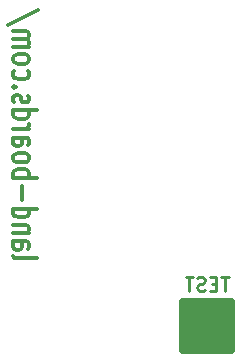
<source format=gbr>
G04 #@! TF.FileFunction,Legend,Bot*
%FSLAX46Y46*%
G04 Gerber Fmt 4.6, Leading zero omitted, Abs format (unit mm)*
G04 Created by KiCad (PCBNEW 4.0.5) date 06/09/17 19:28:17*
%MOMM*%
%LPD*%
G01*
G04 APERTURE LIST*
%ADD10C,0.150000*%
%ADD11C,0.304800*%
%ADD12C,0.650000*%
%ADD13C,0.222250*%
G04 APERTURE END LIST*
D10*
D11*
X99664762Y-90460285D02*
X99761524Y-90605427D01*
X99955048Y-90677999D01*
X101696762Y-90677999D01*
X99664762Y-89226570D02*
X100729143Y-89226570D01*
X100922667Y-89299141D01*
X101019429Y-89444284D01*
X101019429Y-89734570D01*
X100922667Y-89879713D01*
X99761524Y-89226570D02*
X99664762Y-89371713D01*
X99664762Y-89734570D01*
X99761524Y-89879713D01*
X99955048Y-89952284D01*
X100148571Y-89952284D01*
X100342095Y-89879713D01*
X100438857Y-89734570D01*
X100438857Y-89371713D01*
X100535619Y-89226570D01*
X101019429Y-88500856D02*
X99664762Y-88500856D01*
X100825905Y-88500856D02*
X100922667Y-88428284D01*
X101019429Y-88283142D01*
X101019429Y-88065427D01*
X100922667Y-87920284D01*
X100729143Y-87847713D01*
X99664762Y-87847713D01*
X99664762Y-86468856D02*
X101696762Y-86468856D01*
X99761524Y-86468856D02*
X99664762Y-86613999D01*
X99664762Y-86904285D01*
X99761524Y-87049427D01*
X99858286Y-87121999D01*
X100051810Y-87194570D01*
X100632381Y-87194570D01*
X100825905Y-87121999D01*
X100922667Y-87049427D01*
X101019429Y-86904285D01*
X101019429Y-86613999D01*
X100922667Y-86468856D01*
X100438857Y-85743142D02*
X100438857Y-84581999D01*
X99664762Y-83856285D02*
X101696762Y-83856285D01*
X100922667Y-83856285D02*
X101019429Y-83711142D01*
X101019429Y-83420856D01*
X100922667Y-83275713D01*
X100825905Y-83203142D01*
X100632381Y-83130571D01*
X100051810Y-83130571D01*
X99858286Y-83203142D01*
X99761524Y-83275713D01*
X99664762Y-83420856D01*
X99664762Y-83711142D01*
X99761524Y-83856285D01*
X99664762Y-82259714D02*
X99761524Y-82404856D01*
X99858286Y-82477428D01*
X100051810Y-82549999D01*
X100632381Y-82549999D01*
X100825905Y-82477428D01*
X100922667Y-82404856D01*
X101019429Y-82259714D01*
X101019429Y-82041999D01*
X100922667Y-81896856D01*
X100825905Y-81824285D01*
X100632381Y-81751714D01*
X100051810Y-81751714D01*
X99858286Y-81824285D01*
X99761524Y-81896856D01*
X99664762Y-82041999D01*
X99664762Y-82259714D01*
X99664762Y-80445428D02*
X100729143Y-80445428D01*
X100922667Y-80517999D01*
X101019429Y-80663142D01*
X101019429Y-80953428D01*
X100922667Y-81098571D01*
X99761524Y-80445428D02*
X99664762Y-80590571D01*
X99664762Y-80953428D01*
X99761524Y-81098571D01*
X99955048Y-81171142D01*
X100148571Y-81171142D01*
X100342095Y-81098571D01*
X100438857Y-80953428D01*
X100438857Y-80590571D01*
X100535619Y-80445428D01*
X99664762Y-79719714D02*
X101019429Y-79719714D01*
X100632381Y-79719714D02*
X100825905Y-79647142D01*
X100922667Y-79574571D01*
X101019429Y-79429428D01*
X101019429Y-79284285D01*
X99664762Y-78123142D02*
X101696762Y-78123142D01*
X99761524Y-78123142D02*
X99664762Y-78268285D01*
X99664762Y-78558571D01*
X99761524Y-78703713D01*
X99858286Y-78776285D01*
X100051810Y-78848856D01*
X100632381Y-78848856D01*
X100825905Y-78776285D01*
X100922667Y-78703713D01*
X101019429Y-78558571D01*
X101019429Y-78268285D01*
X100922667Y-78123142D01*
X99761524Y-77469999D02*
X99664762Y-77324856D01*
X99664762Y-77034571D01*
X99761524Y-76889428D01*
X99955048Y-76816856D01*
X100051810Y-76816856D01*
X100245333Y-76889428D01*
X100342095Y-77034571D01*
X100342095Y-77252285D01*
X100438857Y-77397428D01*
X100632381Y-77469999D01*
X100729143Y-77469999D01*
X100922667Y-77397428D01*
X101019429Y-77252285D01*
X101019429Y-77034571D01*
X100922667Y-76889428D01*
X99858286Y-76163714D02*
X99761524Y-76091142D01*
X99664762Y-76163714D01*
X99761524Y-76236285D01*
X99858286Y-76163714D01*
X99664762Y-76163714D01*
X99761524Y-74784857D02*
X99664762Y-74930000D01*
X99664762Y-75220286D01*
X99761524Y-75365428D01*
X99858286Y-75438000D01*
X100051810Y-75510571D01*
X100632381Y-75510571D01*
X100825905Y-75438000D01*
X100922667Y-75365428D01*
X101019429Y-75220286D01*
X101019429Y-74930000D01*
X100922667Y-74784857D01*
X99664762Y-73914000D02*
X99761524Y-74059142D01*
X99858286Y-74131714D01*
X100051810Y-74204285D01*
X100632381Y-74204285D01*
X100825905Y-74131714D01*
X100922667Y-74059142D01*
X101019429Y-73914000D01*
X101019429Y-73696285D01*
X100922667Y-73551142D01*
X100825905Y-73478571D01*
X100632381Y-73406000D01*
X100051810Y-73406000D01*
X99858286Y-73478571D01*
X99761524Y-73551142D01*
X99664762Y-73696285D01*
X99664762Y-73914000D01*
X99664762Y-72752857D02*
X101019429Y-72752857D01*
X100825905Y-72752857D02*
X100922667Y-72680285D01*
X101019429Y-72535143D01*
X101019429Y-72317428D01*
X100922667Y-72172285D01*
X100729143Y-72099714D01*
X99664762Y-72099714D01*
X100729143Y-72099714D02*
X100922667Y-72027143D01*
X101019429Y-71882000D01*
X101019429Y-71664285D01*
X100922667Y-71519143D01*
X100729143Y-71446571D01*
X99664762Y-71446571D01*
X101793524Y-69632285D02*
X99180952Y-70938571D01*
D12*
X114078000Y-94393000D02*
X118078000Y-94393000D01*
X118078000Y-94393000D02*
X118078000Y-98393000D01*
X118078000Y-98393000D02*
X114078000Y-98393000D01*
X114078000Y-98393000D02*
X114078000Y-94393000D01*
X114078000Y-94393000D02*
X114078000Y-94893000D01*
X114078000Y-94893000D02*
X118078000Y-94893000D01*
X118078000Y-94893000D02*
X118078000Y-95393000D01*
X118078000Y-95393000D02*
X114078000Y-95393000D01*
X114078000Y-95393000D02*
X114078000Y-95893000D01*
X114078000Y-95893000D02*
X118078000Y-95893000D01*
X118078000Y-95893000D02*
X118078000Y-96393000D01*
X118078000Y-96393000D02*
X114078000Y-96393000D01*
X114078000Y-96393000D02*
X114078000Y-96893000D01*
X114078000Y-96893000D02*
X117578000Y-96893000D01*
X117578000Y-96893000D02*
X118078000Y-96893000D01*
X118078000Y-96893000D02*
X118078000Y-97393000D01*
X118078000Y-97393000D02*
X114078000Y-97393000D01*
X114078000Y-97393000D02*
X114078000Y-97893000D01*
X114078000Y-97893000D02*
X118078000Y-97893000D01*
D13*
X117901357Y-92267071D02*
X117248214Y-92267071D01*
X117574785Y-93410071D02*
X117574785Y-92267071D01*
X116867214Y-92811357D02*
X116486214Y-92811357D01*
X116322928Y-93410071D02*
X116867214Y-93410071D01*
X116867214Y-92267071D01*
X116322928Y-92267071D01*
X115887500Y-93355643D02*
X115724214Y-93410071D01*
X115452071Y-93410071D01*
X115343214Y-93355643D01*
X115288785Y-93301214D01*
X115234357Y-93192357D01*
X115234357Y-93083500D01*
X115288785Y-92974643D01*
X115343214Y-92920214D01*
X115452071Y-92865786D01*
X115669785Y-92811357D01*
X115778643Y-92756929D01*
X115833071Y-92702500D01*
X115887500Y-92593643D01*
X115887500Y-92484786D01*
X115833071Y-92375929D01*
X115778643Y-92321500D01*
X115669785Y-92267071D01*
X115397643Y-92267071D01*
X115234357Y-92321500D01*
X114907786Y-92267071D02*
X114254643Y-92267071D01*
X114581214Y-93410071D02*
X114581214Y-92267071D01*
M02*

</source>
